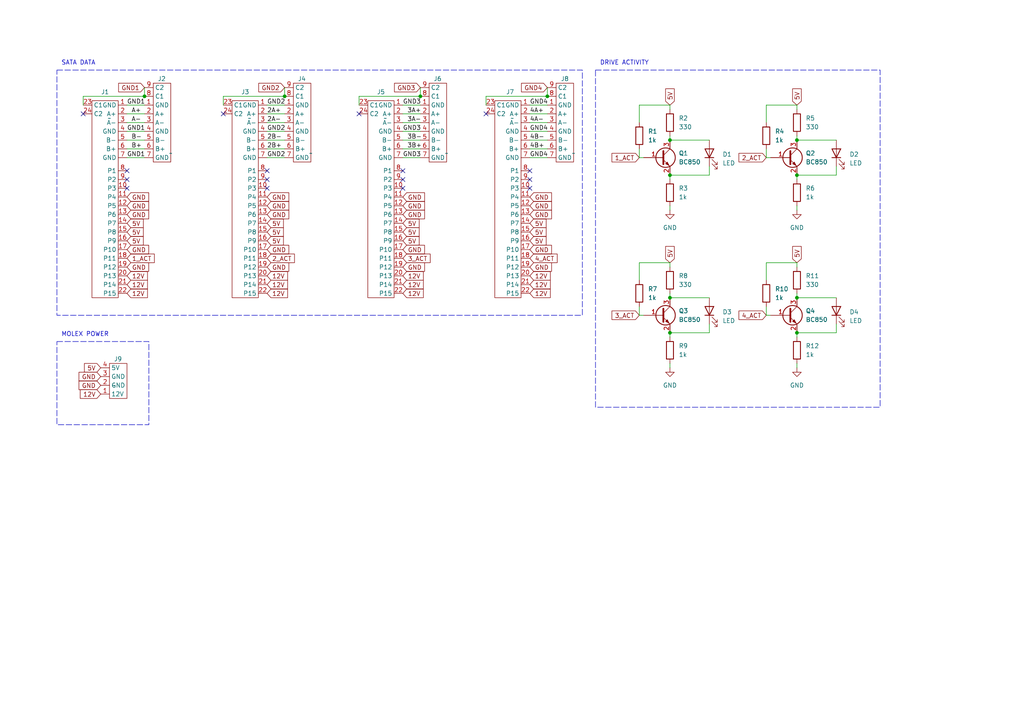
<source format=kicad_sch>
(kicad_sch (version 20230121) (generator eeschema)
  (paper "A4")
  (title_block (title "4x SATA Backplane") (date "2024-03-25") (rev "A") (company "blog.hirnschall.net"))
  (lib_symbols
    (symbol "Device:LED" (pin_numbers hide) (pin_names (offset 1.016) hide)
      (property "Reference" "D" (at 0 2.54 0))
      (property "Value" "LED" (at 0 -2.54 0))
      (symbol "LED_0_1"
        (polyline (pts (xy -1.27 -1.27) (xy -1.27 1.27)) (stroke (width 0.254)))
        (polyline (pts (xy -1.27 0) (xy 1.27 0)))
        (polyline (pts (xy 1.27 -1.27) (xy 1.27 1.27) (xy -1.27 0) (xy 1.27 -1.27)) (stroke (width 0.254)))
        (polyline (pts (xy -3.048 -0.762) (xy -4.572 -2.286) (xy -3.81 -2.286) (xy -4.572 -2.286) (xy -4.572 -1.524)))
        (polyline (pts (xy -1.778 -0.762) (xy -3.302 -2.286) (xy -2.54 -2.286) (xy -3.302 -2.286) (xy -3.302 -1.524)))
      )
      (symbol "LED_1_1"
        (pin passive line (at -3.81 0 0) (length 2.54) (name "K") (number "1"))
        (pin passive line (at 3.81 0 180) (length 2.54) (name "A") (number "2"))
      )
    )
    (symbol "Device:R" (pin_numbers hide) (pin_names (offset 0))
      (property "Reference" "R" (at 2.032 0 90))
      (property "Value" "R" (at 0 0 90))
      (symbol "R_0_1"
        (rectangle (start -1.016 -2.54) (end 1.016 2.54) (stroke (width 0.254)))
      )
      (symbol "R_1_1"
        (pin passive line (at 0 3.81 270) (length 1.27) (name "~") (number "1"))
        (pin passive line (at 0 -3.81 90) (length 1.27) (name "~") (number "2"))
      )
    )
    (symbol "SATA-backplane_1"
      (property "Reference" "J" (at 0 7.62 0))
      (symbol "SATA-backplane_1_0_1"
        (rectangle (start -5.08 5.08) (end 2.54 -52.07))
      )
      (symbol "SATA-backplane_1_1_1"
        (pin passive line (at 5.08 3.81 180) (length 2.54) (name "GND") (number "1"))
        (pin passive line (at 5.08 -20.32 180) (length 2.54) (name "P3") (number "10"))
        (pin passive line (at 5.08 -22.86 180) (length 2.54) (name "P4") (number "11"))
        (pin passive line (at 5.08 -25.4 180) (length 2.54) (name "P5") (number "12"))
        (pin passive line (at 5.08 -27.94 180) (length 2.54) (name "P6") (number "13"))
        (pin passive line (at 5.08 -30.48 180) (length 2.54) (name "P7") (number "14"))
        (pin passive line (at 5.08 -33.02 180) (length 2.54) (name "P8") (number "15"))
        (pin passive line (at 5.08 -35.56 180) (length 2.54) (name "P9") (number "16"))
        (pin passive line (at 5.08 -38.1 180) (length 2.54) (name "P10") (number "17"))
        (pin passive line (at 5.08 -40.64 180) (length 2.54) (name "P11") (number "18"))
        (pin passive line (at 5.08 -43.18 180) (length 2.54) (name "P12") (number "19"))
        (pin passive line (at 5.08 1.27 180) (length 2.54) (name "A+") (number "2"))
        (pin passive line (at 5.08 -45.72 180) (length 2.54) (name "P13") (number "20"))
        (pin passive line (at 5.08 -48.26 180) (length 2.54) (name "P14") (number "21"))
        (pin passive line (at 5.08 -50.8 180) (length 2.54) (name "P15") (number "22"))
        (pin passive line (at -7.62 3.81 0) (length 2.54) (name "C1") (number "23"))
        (pin passive line (at -7.62 1.27 0) (length 2.54) (name "C2") (number "24"))
        (pin passive line (at 5.08 -1.27 180) (length 2.54) (name "A-") (number "3"))
        (pin passive line (at 5.08 -3.81 180) (length 2.54) (name "GND") (number "4"))
        (pin passive line (at 5.08 -6.35 180) (length 2.54) (name "B-") (number "5"))
        (pin passive line (at 5.08 -8.89 180) (length 2.54) (name "B+") (number "6"))
        (pin passive line (at 5.08 -11.43 180) (length 2.54) (name "GND") (number "7"))
        (pin passive line (at 5.08 -15.24 180) (length 2.54) (name "P1") (number "8"))
        (pin passive line (at 5.08 -17.78 180) (length 2.54) (name "P2") (number "9"))
      )
    )
    (symbol "SATA-backplane_2"
      (property "Reference" "J" (at 0 7.62 0))
      (symbol "SATA-backplane_2_0_1"
        (rectangle (start -5.08 5.08) (end 2.54 -52.07))
      )
      (symbol "SATA-backplane_2_1_1"
        (pin passive line (at 5.08 3.81 180) (length 2.54) (name "GND") (number "1"))
        (pin passive line (at 5.08 -20.32 180) (length 2.54) (name "P3") (number "10"))
        (pin passive line (at 5.08 -22.86 180) (length 2.54) (name "P4") (number "11"))
        (pin passive line (at 5.08 -25.4 180) (length 2.54) (name "P5") (number "12"))
        (pin passive line (at 5.08 -27.94 180) (length 2.54) (name "P6") (number "13"))
        (pin passive line (at 5.08 -30.48 180) (length 2.54) (name "P7") (number "14"))
        (pin passive line (at 5.08 -33.02 180) (length 2.54) (name "P8") (number "15"))
        (pin passive line (at 5.08 -35.56 180) (length 2.54) (name "P9") (number "16"))
        (pin passive line (at 5.08 -38.1 180) (length 2.54) (name "P10") (number "17"))
        (pin passive line (at 5.08 -40.64 180) (length 2.54) (name "P11") (number "18"))
        (pin passive line (at 5.08 -43.18 180) (length 2.54) (name "P12") (number "19"))
        (pin passive line (at 5.08 1.27 180) (length 2.54) (name "A+") (number "2"))
        (pin passive line (at 5.08 -45.72 180) (length 2.54) (name "P13") (number "20"))
        (pin passive line (at 5.08 -48.26 180) (length 2.54) (name "P14") (number "21"))
        (pin passive line (at 5.08 -50.8 180) (length 2.54) (name "P15") (number "22"))
        (pin passive line (at -7.62 3.81 0) (length 2.54) (name "C1") (number "23"))
        (pin passive line (at -7.62 1.27 0) (length 2.54) (name "C2") (number "24"))
        (pin passive line (at 5.08 -1.27 180) (length 2.54) (name "A-") (number "3"))
        (pin passive line (at 5.08 -3.81 180) (length 2.54) (name "GND") (number "4"))
        (pin passive line (at 5.08 -6.35 180) (length 2.54) (name "B-") (number "5"))
        (pin passive line (at 5.08 -8.89 180) (length 2.54) (name "B+") (number "6"))
        (pin passive line (at 5.08 -11.43 180) (length 2.54) (name "GND") (number "7"))
        (pin passive line (at 5.08 -15.24 180) (length 2.54) (name "P1") (number "8"))
        (pin passive line (at 5.08 -17.78 180) (length 2.54) (name "P2") (number "9"))
      )
    )
    (symbol "Transistor_BJT:BC850" (pin_names (offset 0) hide)
      (property "Reference" "Q" (at 5.08 1.905 0))
      (property "Value" "BC850" (at 5.08 0 0))
      (symbol "BC850_0_1"
        (polyline (pts (xy 0.635 0.635) (xy 2.54 2.54)))
        (polyline (pts (xy 0.635 -0.635) (xy 2.54 -2.54) (xy 2.54 -2.54)))
        (polyline (pts (xy 0.635 1.905) (xy 0.635 -1.905) (xy 0.635 -1.905)) (stroke (width 0.508)))
        (polyline (pts (xy 1.27 -1.778) (xy 1.778 -1.27) (xy 2.286 -2.286) (xy 1.27 -1.778) (xy 1.27 -1.778)) (fill (type outline)))
        (circle (center 1.27 0) (radius 2.8194) (stroke (width 0.254)))
      )
      (symbol "BC850_1_1"
        (pin input line (at -5.08 0 0) (length 5.715) (name "B") (number "1"))
        (pin passive line (at 2.54 -5.08 90) (length 2.54) (name "E") (number "2"))
        (pin passive line (at 2.54 5.08 270) (length 2.54) (name "C") (number "3"))
      )
    )
    (symbol "power:GND" (power) (pin_names (offset 0))
      (property "Value" "GND" (at 0 -3.81 0))
      (symbol "GND_0_1"
        (polyline (pts (xy 0 0) (xy 0 -1.27) (xy 1.27 -1.27) (xy 0 -2.54) (xy -1.27 -1.27) (xy 0 -1.27)))
      )
      (symbol "GND_1_1"
        (pin power_in line (at 0 0 270) (length 0) hide (name "GND") (number "1"))
      )
    )
    (symbol "shirnschall:4-pin-molex-hdd"
      (property "Reference" "J" (at -1.27 5.08 0))
      (symbol "4-pin-molex-hdd_0_1"
        (rectangle (start -3.81 3.81) (end 1.27 -6.35))
      )
      (symbol "4-pin-molex-hdd_1_1"
        (pin output line (at 3.81 2.54 180) (length 2.54) (name "12V") (number "1"))
        (pin output line (at 3.81 0 180) (length 2.54) (name "GND") (number "2"))
        (pin output line (at 3.81 -2.54 180) (length 2.54) (name "GND") (number "3"))
        (pin output line (at 3.81 -5.08 180) (length 2.54) (name "5V") (number "4"))
      )
    )
    (symbol "shirnschall:sata-data"
      (property "Reference" "J" (at 0 3.81 0))
      (symbol "sata-data_0_1"
        (rectangle (start -2.54 2.54) (end 2.54 -20.32))
      )
      (symbol "sata-data_1_1"
        (pin passive line (at 5.08 -13.97 180) (length 2.54) (name "GND") (number "1"))
        (pin passive line (at 5.08 -11.43 180) (length 2.54) (name "A+") (number "2"))
        (pin passive line (at 5.08 -8.89 180) (length 2.54) (name "A-") (number "3"))
        (pin passive line (at 5.08 -6.35 180) (length 2.54) (name "GND") (number "4"))
        (pin passive line (at 5.08 -3.81 180) (length 2.54) (name "B-") (number "5"))
        (pin passive line (at 5.08 -1.27 180) (length 2.54) (name "B+") (number "6"))
        (pin passive line (at 5.08 1.27 180) (length 2.54) (name "GND") (number "7"))
        (pin passive line (at 5.08 -16.51 180) (length 2.54) (name "C1") (number "8"))
        (pin passive line (at 5.08 -19.05 180) (length 2.54) (name "C2") (number "9"))
      )
    )
  )
  (junction (at 231.14 96.52))
  (junction (at 231.14 50.8))
  (junction (at 231.14 86.36))
  (junction (at 231.14 40.64))
  (junction (at 194.31 86.36))
  (junction (at 194.31 40.64))
  (junction (at 194.31 50.8))
  (junction (at 82.55 27.94))
  (junction (at 121.92 27.94))
  (junction (at 158.75 27.94))
  (junction (at 41.91 27.94))
  (junction (at 194.31 96.52))
  (no_connect (at 140.97 33.02))
  (no_connect (at 116.84 49.53))
  (no_connect (at 36.83 52.07))
  (no_connect (at 153.67 54.61))
  (no_connect (at 104.14 33.02))
  (no_connect (at 116.84 54.61))
  (no_connect (at 116.84 52.07))
  (no_connect (at 64.77 33.02))
  (no_connect (at 153.67 52.07))
  (no_connect (at 77.47 54.61))
  (no_connect (at 24.13 33.02))
  (no_connect (at 77.47 52.07))
  (no_connect (at 36.83 54.61))
  (no_connect (at 153.67 49.53))
  (no_connect (at 77.47 49.53))
  (no_connect (at 36.83 49.53))
  (wire (pts (xy 185.42 88.9) (xy 185.42 91.44)))
  (wire (pts (xy 116.84 33.02) (xy 121.92 33.02)))
  (wire (pts (xy 116.84 40.64) (xy 121.92 40.64)))
  (wire (pts (xy 231.14 96.52) (xy 231.14 97.79)))
  (wire (pts (xy 77.47 45.72) (xy 82.55 45.72)))
  (wire (pts (xy 222.25 43.18) (xy 222.25 45.72)))
  (wire (pts (xy 231.14 59.69) (xy 231.14 60.96)))
  (wire (pts (xy 153.67 43.18) (xy 158.75 43.18)))
  (wire (pts (xy 116.84 38.1) (xy 121.92 38.1)))
  (wire (pts (xy 205.74 50.8) (xy 205.74 48.26)))
  (wire (pts (xy 194.31 50.8) (xy 205.74 50.8)))
  (wire (pts (xy 194.31 96.52) (xy 205.74 96.52)))
  (wire (pts (xy 36.83 35.56) (xy 41.91 35.56)))
  (wire (pts (xy 231.14 86.36) (xy 242.57 86.36)))
  (wire (pts (xy 231.14 50.8) (xy 231.14 52.07)))
  (wire (pts (xy 36.83 30.48) (xy 41.91 30.48)))
  (wire (pts (xy 36.83 33.02) (xy 41.91 33.02)))
  (wire (pts (xy 82.55 25.4) (xy 82.55 27.94)))
  (wire (pts (xy 194.31 96.52) (xy 194.31 97.79)))
  (wire (pts (xy 205.74 96.52) (xy 205.74 93.98)))
  (wire (pts (xy 121.92 27.94) (xy 104.14 27.94)))
  (wire (pts (xy 36.83 45.72) (xy 41.91 45.72)))
  (wire (pts (xy 231.14 76.2) (xy 231.14 77.47)))
  (wire (pts (xy 231.14 50.8) (xy 242.57 50.8)))
  (wire (pts (xy 222.25 30.48) (xy 231.14 30.48)))
  (wire (pts (xy 77.47 40.64) (xy 82.55 40.64)))
  (wire (pts (xy 116.84 30.48) (xy 121.92 30.48)))
  (wire (pts (xy 185.42 81.28) (xy 185.42 76.2)))
  (wire (pts (xy 185.42 35.56) (xy 185.42 30.48)))
  (wire (pts (xy 116.84 43.18) (xy 121.92 43.18)))
  (wire (pts (xy 36.83 40.64) (xy 41.91 40.64)))
  (wire (pts (xy 153.67 35.56) (xy 158.75 35.56)))
  (wire (pts (xy 36.83 38.1) (xy 41.91 38.1)))
  (wire (pts (xy 242.57 50.8) (xy 242.57 48.26)))
  (wire (pts (xy 153.67 33.02) (xy 158.75 33.02)))
  (wire (pts (xy 222.25 88.9) (xy 222.25 91.44)))
  (wire (pts (xy 153.67 40.64) (xy 158.75 40.64)))
  (wire (pts (xy 116.84 45.72) (xy 121.92 45.72)))
  (wire (pts (xy 194.31 105.41) (xy 194.31 106.68)))
  (wire (pts (xy 194.31 39.37) (xy 194.31 40.64)))
  (wire (pts (xy 231.14 96.52) (xy 242.57 96.52)))
  (wire (pts (xy 77.47 30.48) (xy 82.55 30.48)))
  (wire (pts (xy 64.77 27.94) (xy 64.77 30.48)))
  (wire (pts (xy 77.47 38.1) (xy 82.55 38.1)))
  (wire (pts (xy 158.75 27.94) (xy 140.97 27.94)))
  (wire (pts (xy 231.14 105.41) (xy 231.14 106.68)))
  (wire (pts (xy 158.75 25.4) (xy 158.75 27.94)))
  (wire (pts (xy 185.42 30.48) (xy 194.31 30.48)))
  (wire (pts (xy 194.31 30.48) (xy 194.31 31.75)))
  (wire (pts (xy 231.14 85.09) (xy 231.14 86.36)))
  (wire (pts (xy 153.67 38.1) (xy 158.75 38.1)))
  (wire (pts (xy 231.14 30.48) (xy 231.14 31.75)))
  (wire (pts (xy 194.31 40.64) (xy 205.74 40.64)))
  (wire (pts (xy 41.91 27.94) (xy 24.13 27.94)))
  (wire (pts (xy 77.47 33.02) (xy 82.55 33.02)))
  (wire (pts (xy 77.47 35.56) (xy 82.55 35.56)))
  (wire (pts (xy 153.67 30.48) (xy 158.75 30.48)))
  (wire (pts (xy 194.31 59.69) (xy 194.31 60.96)))
  (wire (pts (xy 242.57 96.52) (xy 242.57 93.98)))
  (wire (pts (xy 82.55 27.94) (xy 64.77 27.94)))
  (wire (pts (xy 222.25 45.72) (xy 223.52 45.72)))
  (wire (pts (xy 194.31 76.2) (xy 194.31 77.47)))
  (wire (pts (xy 222.25 91.44) (xy 223.52 91.44)))
  (wire (pts (xy 185.42 76.2) (xy 194.31 76.2)))
  (wire (pts (xy 194.31 50.8) (xy 194.31 52.07)))
  (wire (pts (xy 77.47 43.18) (xy 82.55 43.18)))
  (wire (pts (xy 222.25 35.56) (xy 222.25 30.48)))
  (wire (pts (xy 104.14 27.94) (xy 104.14 30.48)))
  (wire (pts (xy 24.13 27.94) (xy 24.13 30.48)))
  (wire (pts (xy 41.91 25.4) (xy 41.91 27.94)))
  (wire (pts (xy 116.84 35.56) (xy 121.92 35.56)))
  (wire (pts (xy 194.31 86.36) (xy 205.74 86.36)))
  (wire (pts (xy 185.42 45.72) (xy 186.69 45.72)))
  (wire (pts (xy 121.92 25.4) (xy 121.92 27.94)))
  (wire (pts (xy 185.42 91.44) (xy 186.69 91.44)))
  (wire (pts (xy 153.67 45.72) (xy 158.75 45.72)))
  (wire (pts (xy 185.42 43.18) (xy 185.42 45.72)))
  (wire (pts (xy 194.31 85.09) (xy 194.31 86.36)))
  (wire (pts (xy 231.14 39.37) (xy 231.14 40.64)))
  (wire (pts (xy 36.83 43.18) (xy 41.91 43.18)))
  (wire (pts (xy 140.97 27.94) (xy 140.97 30.48)))
  (wire (pts (xy 222.25 81.28) (xy 222.25 76.2)))
  (wire (pts (xy 222.25 76.2) (xy 231.14 76.2)))
  (wire (pts (xy 231.14 40.64) (xy 242.57 40.64)))
  (rectangle (start 172.72 20.32) (end 255.27 118.11) (stroke (width 0) (type dash)))
  (rectangle (start 16.51 20.32) (end 168.91 91.44) (stroke (width 0) (type dash)))
  (rectangle (start 16.51 99.06) (end 43.18 123.19) (stroke (width 0) (type dash)))
  (text "DRIVE ACTIVITY" (at 173.99 19.05 0) (effects (font (size 1.27 1.27)) (justify left bottom)))
  (text "SATA DATA" (at 17.78 19.05 0) (effects (font (size 1.27 1.27)) (justify left bottom)))
  (text "MOLEX POWER" (at 17.78 97.79 0) (effects (font (size 1.27 1.27)) (justify left bottom)))
  (label "B+" (at 38.1 43.18 0))
  (label "2A-" (at 77.47 35.56 0))
  (label "2B-" (at 77.47 40.64 0))
  (label "3B+" (at 118.11 43.18 0))
  (label "GND3" (at 116.84 30.48 0))
  (label "GND4" (at 153.67 38.1 0))
  (label "GND4" (at 153.67 45.72 0))
  (label "4A-" (at 153.67 35.56 0))
  (label "GND2" (at 77.47 30.48 0))
  (label "4B-" (at 153.67 40.64 0))
  (label "4A+" (at 153.67 33.02 0))
  (label "2A+" (at 77.47 33.02 0))
  (label "GND1" (at 36.83 38.1 0))
  (label "A-" (at 38.1 35.56 0))
  (label "GND2" (at 77.47 38.1 0))
  (label "GND2" (at 77.47 45.72 0))
  (label "2B+" (at 77.47 43.18 0))
  (label "GND1" (at 36.83 30.48 0))
  (label "4B+" (at 153.67 43.18 0))
  (label "A+" (at 38.1 33.02 0))
  (label "GND1" (at 36.83 45.72 0))
  (label "GND4" (at 153.67 30.48 0))
  (label "B-" (at 38.1 40.64 0))
  (label "3A-" (at 118.11 35.56 0))
  (label "GND3" (at 116.84 45.72 0))
  (label "GND3" (at 116.84 38.1 0))
  (label "3A+" (at 118.11 33.02 0))
  (label "3B-" (at 118.11 40.64 0))
  (global_label "5V" (shape input) (at 231.14 76.2 90) (property "Intersheetrefs" "${INTERSHEET_REFS}" (effects hide)))
  (global_label "12V" (shape input) (at 116.84 82.55 0) (property "Intersheetrefs" "${INTERSHEET_REFS}" (effects hide)))
  (global_label "GND" (shape input) (at 153.67 62.23 0) (property "Intersheetrefs" "${INTERSHEET_REFS}" (effects hide)))
  (global_label "12V" (shape input) (at 116.84 80.01 0) (property "Intersheetrefs" "${INTERSHEET_REFS}" (effects hide)))
  (global_label "GND" (shape input) (at 116.84 62.23 0) (property "Intersheetrefs" "${INTERSHEET_REFS}" (effects hide)))
  (global_label "GND" (shape input) (at 36.83 77.47 0) (property "Intersheetrefs" "${INTERSHEET_REFS}" (effects hide)))
  (global_label "GND" (shape input) (at 153.67 72.39 0) (property "Intersheetrefs" "${INTERSHEET_REFS}" (effects hide)))
  (global_label "GND" (shape input) (at 153.67 57.15 0) (property "Intersheetrefs" "${INTERSHEET_REFS}" (effects hide)))
  (global_label "5V" (shape input) (at 36.83 67.31 0) (property "Intersheetrefs" "${INTERSHEET_REFS}" (effects hide)))
  (global_label "GND" (shape input) (at 36.83 57.15 0) (property "Intersheetrefs" "${INTERSHEET_REFS}" (effects hide)))
  (global_label "5V" (shape input) (at 153.67 64.77 0) (property "Intersheetrefs" "${INTERSHEET_REFS}" (effects hide)))
  (global_label "GND" (shape input) (at 77.47 72.39 0) (property "Intersheetrefs" "${INTERSHEET_REFS}" (effects hide)))
  (global_label "2_ACT" (shape input) (at 222.25 45.72 180) (property "Intersheetrefs" "${INTERSHEET_REFS}" (effects hide)))
  (global_label "5V" (shape input) (at 77.47 67.31 0) (property "Intersheetrefs" "${INTERSHEET_REFS}" (effects hide)))
  (global_label "4_ACT" (shape input) (at 153.67 74.93 0) (property "Intersheetrefs" "${INTERSHEET_REFS}" (effects hide)))
  (global_label "GND" (shape input) (at 116.84 72.39 0) (property "Intersheetrefs" "${INTERSHEET_REFS}" (effects hide)))
  (global_label "GND" (shape input) (at 116.84 59.69 0) (property "Intersheetrefs" "${INTERSHEET_REFS}" (effects hide)))
  (global_label "12V" (shape input) (at 77.47 82.55 0) (property "Intersheetrefs" "${INTERSHEET_REFS}" (effects hide)))
  (global_label "GND" (shape input) (at 36.83 62.23 0) (property "Intersheetrefs" "${INTERSHEET_REFS}" (effects hide)))
  (global_label "5V" (shape input) (at 77.47 69.85 0) (property "Intersheetrefs" "${INTERSHEET_REFS}" (effects hide)))
  (global_label "5V" (shape input) (at 194.31 30.48 90) (property "Intersheetrefs" "${INTERSHEET_REFS}" (effects hide)))
  (global_label "GND" (shape input) (at 77.47 62.23 0) (property "Intersheetrefs" "${INTERSHEET_REFS}" (effects hide)))
  (global_label "5V" (shape input) (at 77.47 64.77 0) (property "Intersheetrefs" "${INTERSHEET_REFS}" (effects hide)))
  (global_label "5V" (shape input) (at 116.84 67.31 0) (property "Intersheetrefs" "${INTERSHEET_REFS}" (effects hide)))
  (global_label "12V" (shape input) (at 36.83 85.09 0) (property "Intersheetrefs" "${INTERSHEET_REFS}" (effects hide)))
  (global_label "5V" (shape input) (at 116.84 69.85 0) (property "Intersheetrefs" "${INTERSHEET_REFS}" (effects hide)))
  (global_label "GND3" (shape input) (at 121.92 25.4 180) (property "Intersheetrefs" "${INTERSHEET_REFS}" (effects hide)))
  (global_label "GND" (shape input) (at 153.67 59.69 0) (property "Intersheetrefs" "${INTERSHEET_REFS}" (effects hide)))
  (global_label "4_ACT" (shape input) (at 222.25 91.44 180) (property "Intersheetrefs" "${INTERSHEET_REFS}" (effects hide)))
  (global_label "12V" (shape input) (at 153.67 80.01 0) (property "Intersheetrefs" "${INTERSHEET_REFS}" (effects hide)))
  (global_label "GND" (shape input) (at 153.67 77.47 0) (property "Intersheetrefs" "${INTERSHEET_REFS}" (effects hide)))
  (global_label "12V" (shape input) (at 77.47 80.01 0) (property "Intersheetrefs" "${INTERSHEET_REFS}" (effects hide)))
  (global_label "12V" (shape input) (at 36.83 80.01 0) (property "Intersheetrefs" "${INTERSHEET_REFS}" (effects hide)))
  (global_label "GND" (shape input) (at 116.84 77.47 0) (property "Intersheetrefs" "${INTERSHEET_REFS}" (effects hide)))
  (global_label "12V" (shape input) (at 153.67 85.09 0) (property "Intersheetrefs" "${INTERSHEET_REFS}" (effects hide)))
  (global_label "GND4" (shape input) (at 158.75 25.4 180) (property "Intersheetrefs" "${INTERSHEET_REFS}" (effects hide)))
  (global_label "GND" (shape input) (at 36.83 59.69 0) (property "Intersheetrefs" "${INTERSHEET_REFS}" (effects hide)))
  (global_label "5V" (shape input) (at 36.83 64.77 0) (property "Intersheetrefs" "${INTERSHEET_REFS}" (effects hide)))
  (global_label "12V" (shape input) (at 77.47 85.09 0) (property "Intersheetrefs" "${INTERSHEET_REFS}" (effects hide)))
  (global_label "12V" (shape input) (at 116.84 85.09 0) (property "Intersheetrefs" "${INTERSHEET_REFS}" (effects hide)))
  (global_label "5V" (shape input) (at 231.14 30.48 90) (property "Intersheetrefs" "${INTERSHEET_REFS}" (effects hide)))
  (global_label "GND2" (shape input) (at 82.55 25.4 180) (property "Intersheetrefs" "${INTERSHEET_REFS}" (effects hide)))
  (global_label "GND" (shape input) (at 116.84 57.15 0) (property "Intersheetrefs" "${INTERSHEET_REFS}" (effects hide)))
  (global_label "GND" (shape input) (at 29.21 109.22 180) (property "Intersheetrefs" "${INTERSHEET_REFS}" (effects hide)))
  (global_label "GND" (shape input) (at 77.47 77.47 0) (property "Intersheetrefs" "${INTERSHEET_REFS}" (effects hide)))
  (global_label "1_ACT" (shape input) (at 36.83 74.93 0) (property "Intersheetrefs" "${INTERSHEET_REFS}" (effects hide)))
  (global_label "5V" (shape input) (at 153.67 67.31 0) (property "Intersheetrefs" "${INTERSHEET_REFS}" (effects hide)))
  (global_label "3_ACT" (shape input) (at 185.42 91.44 180) (property "Intersheetrefs" "${INTERSHEET_REFS}" (effects hide)))
  (global_label "2_ACT" (shape input) (at 77.47 74.93 0) (property "Intersheetrefs" "${INTERSHEET_REFS}" (effects hide)))
  (global_label "5V" (shape input) (at 116.84 64.77 0) (property "Intersheetrefs" "${INTERSHEET_REFS}" (effects hide)))
  (global_label "5V" (shape input) (at 194.31 76.2 90) (property "Intersheetrefs" "${INTERSHEET_REFS}" (effects hide)))
  (global_label "12V" (shape input) (at 29.21 114.3 180) (property "Intersheetrefs" "${INTERSHEET_REFS}" (effects hide)))
  (global_label "GND" (shape input) (at 29.21 111.76 180) (property "Intersheetrefs" "${INTERSHEET_REFS}" (effects hide)))
  (global_label "5V" (shape input) (at 36.83 69.85 0) (property "Intersheetrefs" "${INTERSHEET_REFS}" (effects hide)))
  (global_label "3_ACT" (shape input) (at 116.84 74.93 0) (property "Intersheetrefs" "${INTERSHEET_REFS}" (effects hide)))
  (global_label "GND" (shape input) (at 36.83 72.39 0) (property "Intersheetrefs" "${INTERSHEET_REFS}" (effects hide)))
  (global_label "12V" (shape input) (at 153.67 82.55 0) (property "Intersheetrefs" "${INTERSHEET_REFS}" (effects hide)))
  (global_label "GND" (shape input) (at 77.47 57.15 0) (property "Intersheetrefs" "${INTERSHEET_REFS}" (effects hide)))
  (global_label "5V" (shape input) (at 153.67 69.85 0) (property "Intersheetrefs" "${INTERSHEET_REFS}" (effects hide)))
  (global_label "12V" (shape input) (at 36.83 82.55 0) (property "Intersheetrefs" "${INTERSHEET_REFS}" (effects hide)))
  (global_label "GND1" (shape input) (at 41.91 25.4 180) (property "Intersheetrefs" "${INTERSHEET_REFS}" (effects hide)))
  (global_label "GND" (shape input) (at 77.47 59.69 0) (property "Intersheetrefs" "${INTERSHEET_REFS}" (effects hide)))
  (global_label "1_ACT" (shape input) (at 185.42 45.72 180) (property "Intersheetrefs" "${INTERSHEET_REFS}" (effects hide)))
  (global_label "5V" (shape input) (at 29.21 106.68 180) (property "Intersheetrefs" "${INTERSHEET_REFS}" (effects hide)))
  (symbol (lib_id "power:GND") (at 231.14 60.96 0) (unit 1)
    (property "Reference" "#PWR02" (effects hide))
    (property "Value" "GND" (at 231.14 66.04 0))
  )
  (symbol (lib_id "Transistor_BJT:BC850") (at 191.77 45.72 0) (unit 1)
    (property "Reference" "Q1" (at 196.85 44.45 0) (effects (justify left)))
    (property "Value" "BC850" (at 196.85 46.99 0) (effects (justify left)))
    (property "Footprint" "Package_TO_SOT_SMD:SOT-23" (effects hide))
    (property "Datasheet" "http://www.infineon.com/dgdl/Infineon-BC847SERIES_BC848SERIES_BC849SERIES_BC850SERIES-DS-v01_01-en.pdf?fileId=db3a304314dca389011541d4630a1657" (effects hide))
  )
  (symbol (lib_id "Device:R") (at 194.31 101.6 0) (unit 1)
    (property "Reference" "R9" (at 196.85 100.33 0) (effects (justify left)))
    (property "Value" "1k" (at 196.85 102.87 0) (effects (justify left)))
    (property "Footprint" "Resistor_SMD:R_0805_2012Metric" (effects hide))
  )
  (symbol (lib_id "Device:R") (at 231.14 55.88 0) (unit 1)
    (property "Reference" "R6" (at 233.68 54.61 0) (effects (justify left)))
    (property "Value" "1k" (at 233.68 57.15 0) (effects (justify left)))
    (property "Footprint" "Resistor_SMD:R_0805_2012Metric" (effects hide))
  )
  (symbol (lib_name "SATA-backplane_2") (lib_id "shirnschall:SATA-backplane") (at 148.59 34.29 0) (unit 1)
    (property "Reference" "J7" (at 147.955 26.67 0))
    (property "Value" "~" (at 148.59 34.29 0))
    (property "Footprint" "shirnschall:sata-backplane-connector-vert" (effects hide))
    (property "Datasheet" "https://www.mouser.at/ProductDetail/TE-Connectivity/1735284-2?qs=p6VZ%252BklCkRRAA6jdGSMntw%3D%3D" (effects hide))
  )
  (symbol (lib_id "Device:R") (at 231.14 101.6 0) (unit 1)
    (property "Reference" "R12" (at 233.68 100.33 0) (effects (justify left)))
    (property "Value" "1k" (at 233.68 102.87 0) (effects (justify left)))
    (property "Footprint" "Resistor_SMD:R_0805_2012Metric" (effects hide))
  )
  (symbol (lib_id "Device:R") (at 194.31 55.88 0) (unit 1)
    (property "Reference" "R3" (at 196.85 54.61 0) (effects (justify left)))
    (property "Value" "1k" (at 196.85 57.15 0) (effects (justify left)))
    (property "Footprint" "Resistor_SMD:R_0805_2012Metric" (effects hide))
  )
  (symbol (lib_id "Transistor_BJT:BC850") (at 228.6 45.72 0) (unit 1)
    (property "Reference" "Q2" (at 233.68 44.45 0) (effects (justify left)))
    (property "Value" "BC850" (at 233.68 46.99 0) (effects (justify left)))
    (property "Footprint" "Package_TO_SOT_SMD:SOT-23" (effects hide))
    (property "Datasheet" "http://www.infineon.com/dgdl/Infineon-BC847SERIES_BC848SERIES_BC849SERIES_BC850SERIES-DS-v01_01-en.pdf?fileId=db3a304314dca389011541d4630a1657" (effects hide))
  )
  (symbol (lib_id "power:GND") (at 194.31 106.68 0) (unit 1)
    (property "Reference" "#PWR03" (effects hide))
    (property "Value" "GND" (at 194.31 111.76 0))
  )
  (symbol (lib_id "Transistor_BJT:BC850") (at 191.77 91.44 0) (unit 1)
    (property "Reference" "Q3" (at 196.85 90.17 0) (effects (justify left)))
    (property "Value" "BC850" (at 196.85 92.71 0) (effects (justify left)))
    (property "Footprint" "Package_TO_SOT_SMD:SOT-23" (effects hide))
    (property "Datasheet" "http://www.infineon.com/dgdl/Infineon-BC847SERIES_BC848SERIES_BC849SERIES_BC850SERIES-DS-v01_01-en.pdf?fileId=db3a304314dca389011541d4630a1657" (effects hide))
  )
  (symbol (lib_id "Device:LED") (at 205.74 44.45 90) (unit 1)
    (property "Reference" "D1" (at 209.55 44.7675 90) (effects (justify right)))
    (property "Value" "LED" (at 209.55 47.3075 90) (effects (justify right)))
    (property "Footprint" "LED_SMD:LED_0603_1608Metric" (effects hide))
    (property "Datasheet" "https://www.mouser.at/ProductDetail/ROHM-Semiconductor/SMLD12BN1WT86C?qs=Z%252BL2brAPG1IrlGe64sbQYA%3D%3D" (effects hide))
  )
  (symbol (lib_id "shirnschall:4-pin-molex-hdd") (at 33.02 111.76 180) (unit 1)
    (property "Reference" "J9" (at 33.02 104.14 0) (effects (justify right)))
    (property "Value" "~" (at 33.02 111.76 0))
    (property "Footprint" "shirnschall:4-pin-molex-hdd" (effects hide))
    (property "Datasheet" "https://www.mouser.at/ProductDetail/TE-Connectivity-AMP/172294-1?qs=xLhQT1EE4V%2FEIRk9uFlMXQ%3D%3D" (effects hide))
  )
  (symbol (lib_id "Device:R") (at 231.14 35.56 180) (unit 1)
    (property "Reference" "R5" (at 233.68 34.29 0) (effects (justify right)))
    (property "Value" "330" (at 233.68 36.83 0) (effects (justify right)))
    (property "Footprint" "Resistor_SMD:R_0805_2012Metric" (effects hide))
  )
  (symbol (lib_id "shirnschall:sata-data") (at 46.99 44.45 180) (unit 1)
    (property "Reference" "J2" (at 45.72 22.86 0) (effects (justify right)))
    (property "Value" "~" (at 49.53 44.45 0))
    (property "Footprint" "shirnschall:sata-data-connector" (effects hide))
    (property "Datasheet" "https://www.mouser.at/ProductDetail/Adam-Tech/SATA-A-PL-SMT-K?qs=sGAEpiMZZMvlX3nhDDO4AH4h9x5sYzRbon0jLdEUPks%3D" (effects hide))
  )
  (symbol (lib_id "Device:LED") (at 242.57 90.17 90) (unit 1)
    (property "Reference" "D4" (at 246.38 90.4875 90) (effects (justify right)))
    (property "Value" "LED" (at 246.38 93.0275 90) (effects (justify right)))
    (property "Footprint" "LED_SMD:LED_0603_1608Metric" (effects hide))
    (property "Datasheet" "https://www.mouser.at/ProductDetail/ROHM-Semiconductor/SMLD12BN1WT86C?qs=Z%252BL2brAPG1IrlGe64sbQYA%3D%3D" (effects hide))
  )
  (symbol (lib_id "Device:R") (at 185.42 85.09 0) (unit 1)
    (property "Reference" "R7" (at 187.96 83.82 0) (effects (justify left)))
    (property "Value" "1k" (at 187.96 86.36 0) (effects (justify left)))
    (property "Footprint" "Resistor_SMD:R_0805_2012Metric" (effects hide))
  )
  (symbol (lib_id "Device:R") (at 222.25 85.09 0) (unit 1)
    (property "Reference" "R10" (at 224.79 83.82 0) (effects (justify left)))
    (property "Value" "1k" (at 224.79 86.36 0) (effects (justify left)))
    (property "Footprint" "Resistor_SMD:R_0805_2012Metric" (effects hide))
  )
  (symbol (lib_name "SATA-backplane_1") (lib_id "shirnschall:SATA-backplane") (at 31.75 34.29 0) (unit 1)
    (property "Reference" "J1" (at 30.48 26.67 0))
    (property "Value" "~" (at 31.75 34.29 0))
    (property "Footprint" "shirnschall:sata-backplane-connector-vert" (effects hide))
    (property "Datasheet" "https://www.mouser.at/ProductDetail/TE-Connectivity/1735284-2?qs=p6VZ%252BklCkRRAA6jdGSMntw%3D%3D" (effects hide))
  )
  (symbol (lib_id "shirnschall:sata-data") (at 127 44.45 180) (unit 1)
    (property "Reference" "J6" (at 125.73 22.86 0) (effects (justify right)))
    (property "Value" "~" (at 129.54 44.45 0))
    (property "Footprint" "shirnschall:sata-data-connector" (effects hide))
    (property "Datasheet" "https://www.mouser.at/ProductDetail/Adam-Tech/SATA-A-PL-SMT-K?qs=sGAEpiMZZMvlX3nhDDO4AH4h9x5sYzRbon0jLdEUPks%3D" (effects hide))
  )
  (symbol (lib_name "SATA-backplane_1") (lib_id "shirnschall:SATA-backplane") (at 111.76 34.29 0) (unit 1)
    (property "Reference" "J5" (at 110.49 26.67 0))
    (property "Value" "~" (at 111.76 34.29 0))
    (property "Footprint" "shirnschall:sata-backplane-connector-vert" (effects hide))
    (property "Datasheet" "https://www.mouser.at/ProductDetail/TE-Connectivity/1735284-2?qs=p6VZ%252BklCkRRAA6jdGSMntw%3D%3D" (effects hide))
  )
  (symbol (lib_id "power:GND") (at 231.14 106.68 0) (unit 1)
    (property "Reference" "#PWR04" (effects hide))
    (property "Value" "GND" (at 231.14 111.76 0))
  )
  (symbol (lib_id "Device:R") (at 194.31 35.56 180) (unit 1)
    (property "Reference" "R2" (at 196.85 34.29 0) (effects (justify right)))
    (property "Value" "330" (at 196.85 36.83 0) (effects (justify right)))
    (property "Footprint" "Resistor_SMD:R_0805_2012Metric" (effects hide))
  )
  (symbol (lib_id "Device:LED") (at 242.57 44.45 90) (unit 1)
    (property "Reference" "D2" (at 246.38 44.7675 90) (effects (justify right)))
    (property "Value" "LED" (at 246.38 47.3075 90) (effects (justify right)))
    (property "Footprint" "LED_SMD:LED_0603_1608Metric" (effects hide))
    (property "Datasheet" "https://www.mouser.at/ProductDetail/ROHM-Semiconductor/SMLD12BN1WT86C?qs=Z%252BL2brAPG1IrlGe64sbQYA%3D%3D" (effects hide))
  )
  (symbol (lib_id "shirnschall:sata-data") (at 87.63 44.45 180) (unit 1)
    (property "Reference" "J4" (at 86.36 22.86 0) (effects (justify right)))
    (property "Value" "~" (at 90.17 44.45 0))
    (property "Footprint" "shirnschall:sata-data-connector" (effects hide))
    (property "Datasheet" "https://www.mouser.at/ProductDetail/Adam-Tech/SATA-A-PL-SMT-K?qs=sGAEpiMZZMvlX3nhDDO4AH4h9x5sYzRbon0jLdEUPks%3D" (effects hide))
  )
  (symbol (lib_id "Device:LED") (at 205.74 90.17 90) (unit 1)
    (property "Reference" "D3" (at 209.55 90.4875 90) (effects (justify right)))
    (property "Value" "LED" (at 209.55 93.0275 90) (effects (justify right)))
    (property "Footprint" "LED_SMD:LED_0603_1608Metric" (effects hide))
    (property "Datasheet" "https://www.mouser.at/ProductDetail/ROHM-Semiconductor/SMLD12BN1WT86C?qs=Z%252BL2brAPG1IrlGe64sbQYA%3D%3D" (effects hide))
  )
  (symbol (lib_id "Device:R") (at 185.42 39.37 0) (unit 1)
    (property "Reference" "R1" (at 187.96 38.1 0) (effects (justify left)))
    (property "Value" "1k" (at 187.96 40.64 0) (effects (justify left)))
    (property "Footprint" "Resistor_SMD:R_0805_2012Metric" (effects hide))
  )
  (symbol (lib_name "SATA-backplane_2") (lib_id "shirnschall:SATA-backplane") (at 72.39 34.29 0) (unit 1)
    (property "Reference" "J3" (at 71.12 26.67 0))
    (property "Value" "~" (at 72.39 34.29 0))
    (property "Footprint" "shirnschall:sata-backplane-connector-vert" (effects hide))
    (property "Datasheet" "https://www.mouser.at/ProductDetail/TE-Connectivity/1735284-2?qs=p6VZ%252BklCkRRAA6jdGSMntw%3D%3D" (effects hide))
  )
  (symbol (lib_id "Device:R") (at 222.25 39.37 0) (unit 1)
    (property "Reference" "R4" (at 224.79 38.1 0) (effects (justify left)))
    (property "Value" "1k" (at 224.79 40.64 0) (effects (justify left)))
    (property "Footprint" "Resistor_SMD:R_0805_2012Metric" (effects hide))
  )
  (symbol (lib_id "power:GND") (at 194.31 60.96 0) (unit 1)
    (property "Reference" "#PWR01" (effects hide))
    (property "Value" "GND" (at 194.31 66.04 0))
  )
  (symbol (lib_id "Device:R") (at 194.31 81.28 180) (unit 1)
    (property "Reference" "R8" (at 196.85 80.01 0) (effects (justify right)))
    (property "Value" "330" (at 196.85 82.55 0) (effects (justify right)))
    (property "Footprint" "Resistor_SMD:R_0805_2012Metric" (effects hide))
  )
  (symbol (lib_id "Device:R") (at 231.14 81.28 180) (unit 1)
    (property "Reference" "R11" (at 233.68 80.01 0) (effects (justify right)))
    (property "Value" "330" (at 233.68 82.55 0) (effects (justify right)))
    (property "Footprint" "Resistor_SMD:R_0805_2012Metric" (effects hide))
  )
  (symbol (lib_id "shirnschall:sata-data") (at 163.83 44.45 180) (unit 1)
    (property "Reference" "J8" (at 163.83 22.86 0))
    (property "Value" "~" (at 166.37 44.45 0))
    (property "Footprint" "shirnschall:sata-data-connector" (effects hide))
    (property "Datasheet" "https://www.mouser.at/ProductDetail/Adam-Tech/SATA-A-PL-SMT-K?qs=sGAEpiMZZMvlX3nhDDO4AH4h9x5sYzRbon0jLdEUPks%3D" (effects hide))
  )
  (symbol (lib_id "Transistor_BJT:BC850") (at 228.6 91.44 0) (unit 1)
    (property "Reference" "Q4" (at 233.68 90.17 0) (effects (justify left)))
    (property "Value" "BC850" (at 233.68 92.71 0) (effects (justify left)))
    (property "Footprint" "Package_TO_SOT_SMD:SOT-23" (effects hide))
    (property "Datasheet" "http://www.infineon.com/dgdl/Infineon-BC847SERIES_BC848SERIES_BC849SERIES_BC850SERIES-DS-v01_01-en.pdf?fileId=db3a304314dca389011541d4630a1657" (effects hide))
  )
)
</source>
